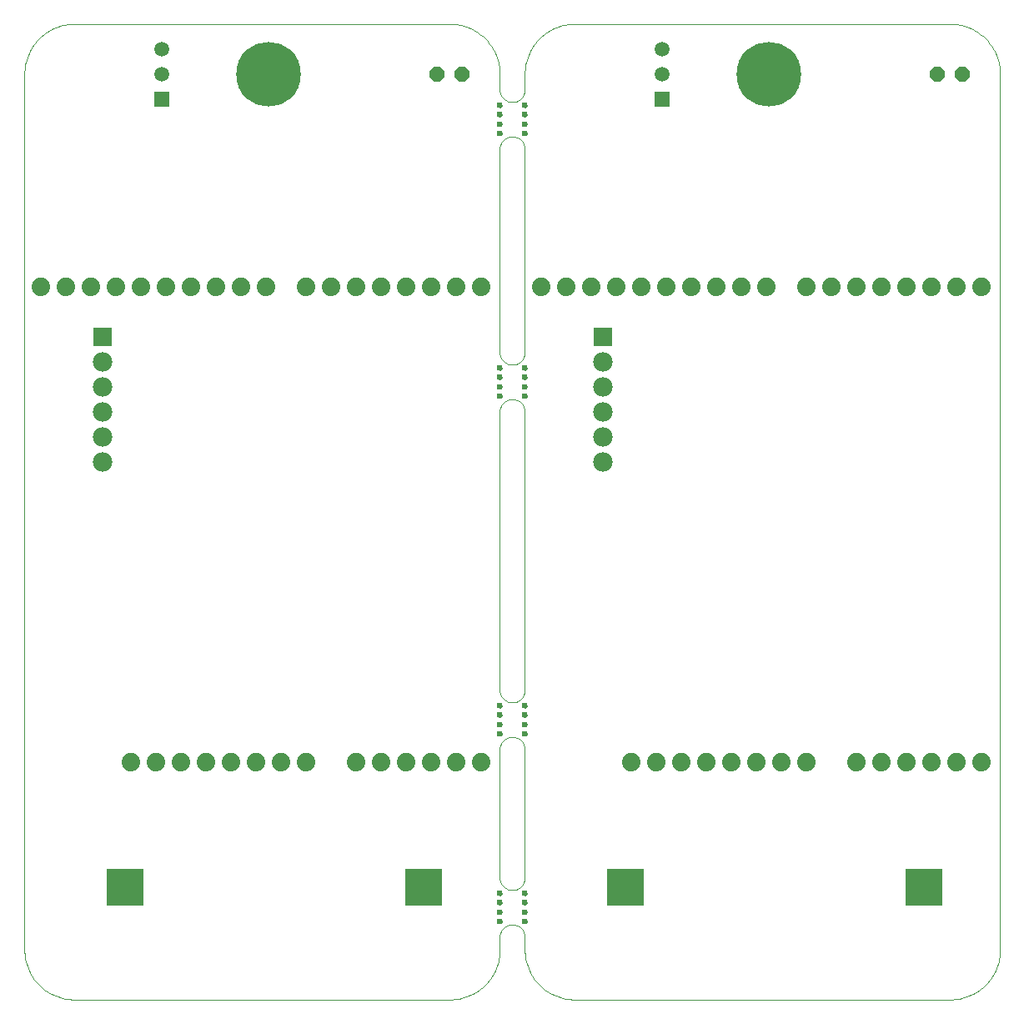
<source format=gbs>
G75*
G70*
%OFA0B0*%
%FSLAX24Y24*%
%IPPOS*%
%LPD*%
%AMOC8*
5,1,8,0,0,1.08239X$1,22.5*
%
%ADD10C,0.0000*%
%ADD11C,0.2580*%
%ADD12C,0.0237*%
%ADD13C,0.0740*%
%ADD14OC8,0.0600*%
%ADD15R,0.0595X0.0595*%
%ADD16C,0.0595*%
%ADD17R,0.0780X0.0780*%
%ADD18C,0.0780*%
%ADD19R,0.1497X0.1497*%
D10*
X000655Y002655D02*
X000655Y037655D01*
X000657Y037750D01*
X000664Y037845D01*
X000675Y037940D01*
X000691Y038034D01*
X000711Y038127D01*
X000736Y038218D01*
X000765Y038309D01*
X000798Y038398D01*
X000836Y038486D01*
X000877Y038571D01*
X000923Y038655D01*
X000972Y038736D01*
X001026Y038815D01*
X001083Y038891D01*
X001144Y038965D01*
X001208Y039035D01*
X001275Y039102D01*
X001345Y039166D01*
X001419Y039227D01*
X001495Y039284D01*
X001574Y039338D01*
X001655Y039387D01*
X001739Y039433D01*
X001824Y039474D01*
X001912Y039512D01*
X002001Y039545D01*
X002092Y039574D01*
X002183Y039599D01*
X002276Y039619D01*
X002370Y039635D01*
X002465Y039646D01*
X002560Y039653D01*
X002655Y039655D01*
X017655Y039655D01*
X017750Y039653D01*
X017845Y039646D01*
X017940Y039635D01*
X018034Y039619D01*
X018127Y039599D01*
X018218Y039574D01*
X018309Y039545D01*
X018398Y039512D01*
X018486Y039474D01*
X018571Y039433D01*
X018655Y039387D01*
X018736Y039338D01*
X018815Y039284D01*
X018891Y039227D01*
X018965Y039166D01*
X019035Y039102D01*
X019102Y039035D01*
X019166Y038965D01*
X019227Y038891D01*
X019284Y038815D01*
X019338Y038736D01*
X019387Y038655D01*
X019433Y038571D01*
X019474Y038486D01*
X019512Y038398D01*
X019545Y038309D01*
X019574Y038218D01*
X019599Y038127D01*
X019619Y038034D01*
X019635Y037940D01*
X019646Y037845D01*
X019653Y037750D01*
X019655Y037655D01*
X019655Y037030D01*
X020155Y036530D02*
X020199Y036532D01*
X020242Y036538D01*
X020284Y036547D01*
X020326Y036560D01*
X020366Y036577D01*
X020405Y036597D01*
X020442Y036620D01*
X020476Y036647D01*
X020509Y036676D01*
X020538Y036709D01*
X020565Y036743D01*
X020588Y036780D01*
X020608Y036819D01*
X020625Y036859D01*
X020638Y036901D01*
X020647Y036943D01*
X020653Y036986D01*
X020655Y037030D01*
X020655Y037655D01*
X019655Y037030D02*
X019657Y036986D01*
X019663Y036943D01*
X019672Y036901D01*
X019685Y036859D01*
X019702Y036819D01*
X019722Y036780D01*
X019745Y036743D01*
X019772Y036709D01*
X019801Y036676D01*
X019834Y036647D01*
X019868Y036620D01*
X019905Y036597D01*
X019944Y036577D01*
X019984Y036560D01*
X020026Y036547D01*
X020068Y036538D01*
X020111Y036532D01*
X020155Y036530D01*
X019576Y036405D02*
X019578Y036423D01*
X019584Y036439D01*
X019593Y036454D01*
X019606Y036467D01*
X019621Y036476D01*
X019637Y036482D01*
X019655Y036484D01*
X019673Y036482D01*
X019689Y036476D01*
X019704Y036467D01*
X019717Y036454D01*
X019726Y036439D01*
X019732Y036423D01*
X019734Y036405D01*
X019732Y036387D01*
X019726Y036371D01*
X019717Y036356D01*
X019704Y036343D01*
X019689Y036334D01*
X019673Y036328D01*
X019655Y036326D01*
X019637Y036328D01*
X019621Y036334D01*
X019606Y036343D01*
X019593Y036356D01*
X019584Y036371D01*
X019578Y036387D01*
X019576Y036405D01*
X019576Y036030D02*
X019578Y036048D01*
X019584Y036064D01*
X019593Y036079D01*
X019606Y036092D01*
X019621Y036101D01*
X019637Y036107D01*
X019655Y036109D01*
X019673Y036107D01*
X019689Y036101D01*
X019704Y036092D01*
X019717Y036079D01*
X019726Y036064D01*
X019732Y036048D01*
X019734Y036030D01*
X019732Y036012D01*
X019726Y035996D01*
X019717Y035981D01*
X019704Y035968D01*
X019689Y035959D01*
X019673Y035953D01*
X019655Y035951D01*
X019637Y035953D01*
X019621Y035959D01*
X019606Y035968D01*
X019593Y035981D01*
X019584Y035996D01*
X019578Y036012D01*
X019576Y036030D01*
X019576Y035655D02*
X019578Y035673D01*
X019584Y035689D01*
X019593Y035704D01*
X019606Y035717D01*
X019621Y035726D01*
X019637Y035732D01*
X019655Y035734D01*
X019673Y035732D01*
X019689Y035726D01*
X019704Y035717D01*
X019717Y035704D01*
X019726Y035689D01*
X019732Y035673D01*
X019734Y035655D01*
X019732Y035637D01*
X019726Y035621D01*
X019717Y035606D01*
X019704Y035593D01*
X019689Y035584D01*
X019673Y035578D01*
X019655Y035576D01*
X019637Y035578D01*
X019621Y035584D01*
X019606Y035593D01*
X019593Y035606D01*
X019584Y035621D01*
X019578Y035637D01*
X019576Y035655D01*
X019576Y035280D02*
X019578Y035298D01*
X019584Y035314D01*
X019593Y035329D01*
X019606Y035342D01*
X019621Y035351D01*
X019637Y035357D01*
X019655Y035359D01*
X019673Y035357D01*
X019689Y035351D01*
X019704Y035342D01*
X019717Y035329D01*
X019726Y035314D01*
X019732Y035298D01*
X019734Y035280D01*
X019732Y035262D01*
X019726Y035246D01*
X019717Y035231D01*
X019704Y035218D01*
X019689Y035209D01*
X019673Y035203D01*
X019655Y035201D01*
X019637Y035203D01*
X019621Y035209D01*
X019606Y035218D01*
X019593Y035231D01*
X019584Y035246D01*
X019578Y035262D01*
X019576Y035280D01*
X019655Y034655D02*
X019655Y026530D01*
X020155Y026030D02*
X020199Y026032D01*
X020242Y026038D01*
X020284Y026047D01*
X020326Y026060D01*
X020366Y026077D01*
X020405Y026097D01*
X020442Y026120D01*
X020476Y026147D01*
X020509Y026176D01*
X020538Y026209D01*
X020565Y026243D01*
X020588Y026280D01*
X020608Y026319D01*
X020625Y026359D01*
X020638Y026401D01*
X020647Y026443D01*
X020653Y026486D01*
X020655Y026530D01*
X020655Y034655D01*
X020155Y035155D02*
X020111Y035153D01*
X020068Y035147D01*
X020026Y035138D01*
X019984Y035125D01*
X019944Y035108D01*
X019905Y035088D01*
X019868Y035065D01*
X019834Y035038D01*
X019801Y035009D01*
X019772Y034976D01*
X019745Y034942D01*
X019722Y034905D01*
X019702Y034866D01*
X019685Y034826D01*
X019672Y034784D01*
X019663Y034742D01*
X019657Y034699D01*
X019655Y034655D01*
X020155Y035155D02*
X020199Y035153D01*
X020242Y035147D01*
X020284Y035138D01*
X020326Y035125D01*
X020366Y035108D01*
X020405Y035088D01*
X020442Y035065D01*
X020476Y035038D01*
X020509Y035009D01*
X020538Y034976D01*
X020565Y034942D01*
X020588Y034905D01*
X020608Y034866D01*
X020625Y034826D01*
X020638Y034784D01*
X020647Y034742D01*
X020653Y034699D01*
X020655Y034655D01*
X020576Y035280D02*
X020578Y035298D01*
X020584Y035314D01*
X020593Y035329D01*
X020606Y035342D01*
X020621Y035351D01*
X020637Y035357D01*
X020655Y035359D01*
X020673Y035357D01*
X020689Y035351D01*
X020704Y035342D01*
X020717Y035329D01*
X020726Y035314D01*
X020732Y035298D01*
X020734Y035280D01*
X020732Y035262D01*
X020726Y035246D01*
X020717Y035231D01*
X020704Y035218D01*
X020689Y035209D01*
X020673Y035203D01*
X020655Y035201D01*
X020637Y035203D01*
X020621Y035209D01*
X020606Y035218D01*
X020593Y035231D01*
X020584Y035246D01*
X020578Y035262D01*
X020576Y035280D01*
X020576Y035655D02*
X020578Y035673D01*
X020584Y035689D01*
X020593Y035704D01*
X020606Y035717D01*
X020621Y035726D01*
X020637Y035732D01*
X020655Y035734D01*
X020673Y035732D01*
X020689Y035726D01*
X020704Y035717D01*
X020717Y035704D01*
X020726Y035689D01*
X020732Y035673D01*
X020734Y035655D01*
X020732Y035637D01*
X020726Y035621D01*
X020717Y035606D01*
X020704Y035593D01*
X020689Y035584D01*
X020673Y035578D01*
X020655Y035576D01*
X020637Y035578D01*
X020621Y035584D01*
X020606Y035593D01*
X020593Y035606D01*
X020584Y035621D01*
X020578Y035637D01*
X020576Y035655D01*
X020576Y036030D02*
X020578Y036048D01*
X020584Y036064D01*
X020593Y036079D01*
X020606Y036092D01*
X020621Y036101D01*
X020637Y036107D01*
X020655Y036109D01*
X020673Y036107D01*
X020689Y036101D01*
X020704Y036092D01*
X020717Y036079D01*
X020726Y036064D01*
X020732Y036048D01*
X020734Y036030D01*
X020732Y036012D01*
X020726Y035996D01*
X020717Y035981D01*
X020704Y035968D01*
X020689Y035959D01*
X020673Y035953D01*
X020655Y035951D01*
X020637Y035953D01*
X020621Y035959D01*
X020606Y035968D01*
X020593Y035981D01*
X020584Y035996D01*
X020578Y036012D01*
X020576Y036030D01*
X020576Y036405D02*
X020578Y036423D01*
X020584Y036439D01*
X020593Y036454D01*
X020606Y036467D01*
X020621Y036476D01*
X020637Y036482D01*
X020655Y036484D01*
X020673Y036482D01*
X020689Y036476D01*
X020704Y036467D01*
X020717Y036454D01*
X020726Y036439D01*
X020732Y036423D01*
X020734Y036405D01*
X020732Y036387D01*
X020726Y036371D01*
X020717Y036356D01*
X020704Y036343D01*
X020689Y036334D01*
X020673Y036328D01*
X020655Y036326D01*
X020637Y036328D01*
X020621Y036334D01*
X020606Y036343D01*
X020593Y036356D01*
X020584Y036371D01*
X020578Y036387D01*
X020576Y036405D01*
X020655Y037655D02*
X020657Y037750D01*
X020664Y037845D01*
X020675Y037940D01*
X020691Y038034D01*
X020711Y038127D01*
X020736Y038218D01*
X020765Y038309D01*
X020798Y038398D01*
X020836Y038486D01*
X020877Y038571D01*
X020923Y038655D01*
X020972Y038736D01*
X021026Y038815D01*
X021083Y038891D01*
X021144Y038965D01*
X021208Y039035D01*
X021275Y039102D01*
X021345Y039166D01*
X021419Y039227D01*
X021495Y039284D01*
X021574Y039338D01*
X021655Y039387D01*
X021739Y039433D01*
X021824Y039474D01*
X021912Y039512D01*
X022001Y039545D01*
X022092Y039574D01*
X022183Y039599D01*
X022276Y039619D01*
X022370Y039635D01*
X022465Y039646D01*
X022560Y039653D01*
X022655Y039655D01*
X037655Y039655D01*
X037750Y039653D01*
X037845Y039646D01*
X037940Y039635D01*
X038034Y039619D01*
X038127Y039599D01*
X038218Y039574D01*
X038309Y039545D01*
X038398Y039512D01*
X038486Y039474D01*
X038571Y039433D01*
X038655Y039387D01*
X038736Y039338D01*
X038815Y039284D01*
X038891Y039227D01*
X038965Y039166D01*
X039035Y039102D01*
X039102Y039035D01*
X039166Y038965D01*
X039227Y038891D01*
X039284Y038815D01*
X039338Y038736D01*
X039387Y038655D01*
X039433Y038571D01*
X039474Y038486D01*
X039512Y038398D01*
X039545Y038309D01*
X039574Y038218D01*
X039599Y038127D01*
X039619Y038034D01*
X039635Y037940D01*
X039646Y037845D01*
X039653Y037750D01*
X039655Y037655D01*
X039655Y002655D01*
X039653Y002560D01*
X039646Y002465D01*
X039635Y002370D01*
X039619Y002276D01*
X039599Y002183D01*
X039574Y002092D01*
X039545Y002001D01*
X039512Y001912D01*
X039474Y001824D01*
X039433Y001739D01*
X039387Y001655D01*
X039338Y001574D01*
X039284Y001495D01*
X039227Y001419D01*
X039166Y001345D01*
X039102Y001275D01*
X039035Y001208D01*
X038965Y001144D01*
X038891Y001083D01*
X038815Y001026D01*
X038736Y000972D01*
X038655Y000923D01*
X038571Y000877D01*
X038486Y000836D01*
X038398Y000798D01*
X038309Y000765D01*
X038218Y000736D01*
X038127Y000711D01*
X038034Y000691D01*
X037940Y000675D01*
X037845Y000664D01*
X037750Y000657D01*
X037655Y000655D01*
X022655Y000655D01*
X022560Y000657D01*
X022465Y000664D01*
X022370Y000675D01*
X022276Y000691D01*
X022183Y000711D01*
X022092Y000736D01*
X022001Y000765D01*
X021912Y000798D01*
X021824Y000836D01*
X021739Y000877D01*
X021655Y000923D01*
X021574Y000972D01*
X021495Y001026D01*
X021419Y001083D01*
X021345Y001144D01*
X021275Y001208D01*
X021208Y001275D01*
X021144Y001345D01*
X021083Y001419D01*
X021026Y001495D01*
X020972Y001574D01*
X020923Y001655D01*
X020877Y001739D01*
X020836Y001824D01*
X020798Y001912D01*
X020765Y002001D01*
X020736Y002092D01*
X020711Y002183D01*
X020691Y002276D01*
X020675Y002370D01*
X020664Y002465D01*
X020657Y002560D01*
X020655Y002655D01*
X020655Y003155D01*
X020155Y003655D02*
X020111Y003653D01*
X020068Y003647D01*
X020026Y003638D01*
X019984Y003625D01*
X019944Y003608D01*
X019905Y003588D01*
X019868Y003565D01*
X019834Y003538D01*
X019801Y003509D01*
X019772Y003476D01*
X019745Y003442D01*
X019722Y003405D01*
X019702Y003366D01*
X019685Y003326D01*
X019672Y003284D01*
X019663Y003242D01*
X019657Y003199D01*
X019655Y003155D01*
X019655Y002655D01*
X020655Y003155D02*
X020653Y003199D01*
X020647Y003242D01*
X020638Y003284D01*
X020625Y003326D01*
X020608Y003366D01*
X020588Y003405D01*
X020565Y003442D01*
X020538Y003476D01*
X020509Y003509D01*
X020476Y003538D01*
X020442Y003565D01*
X020405Y003588D01*
X020366Y003608D01*
X020326Y003625D01*
X020284Y003638D01*
X020242Y003647D01*
X020199Y003653D01*
X020155Y003655D01*
X019576Y003780D02*
X019578Y003798D01*
X019584Y003814D01*
X019593Y003829D01*
X019606Y003842D01*
X019621Y003851D01*
X019637Y003857D01*
X019655Y003859D01*
X019673Y003857D01*
X019689Y003851D01*
X019704Y003842D01*
X019717Y003829D01*
X019726Y003814D01*
X019732Y003798D01*
X019734Y003780D01*
X019732Y003762D01*
X019726Y003746D01*
X019717Y003731D01*
X019704Y003718D01*
X019689Y003709D01*
X019673Y003703D01*
X019655Y003701D01*
X019637Y003703D01*
X019621Y003709D01*
X019606Y003718D01*
X019593Y003731D01*
X019584Y003746D01*
X019578Y003762D01*
X019576Y003780D01*
X019576Y004155D02*
X019578Y004173D01*
X019584Y004189D01*
X019593Y004204D01*
X019606Y004217D01*
X019621Y004226D01*
X019637Y004232D01*
X019655Y004234D01*
X019673Y004232D01*
X019689Y004226D01*
X019704Y004217D01*
X019717Y004204D01*
X019726Y004189D01*
X019732Y004173D01*
X019734Y004155D01*
X019732Y004137D01*
X019726Y004121D01*
X019717Y004106D01*
X019704Y004093D01*
X019689Y004084D01*
X019673Y004078D01*
X019655Y004076D01*
X019637Y004078D01*
X019621Y004084D01*
X019606Y004093D01*
X019593Y004106D01*
X019584Y004121D01*
X019578Y004137D01*
X019576Y004155D01*
X019576Y004530D02*
X019578Y004548D01*
X019584Y004564D01*
X019593Y004579D01*
X019606Y004592D01*
X019621Y004601D01*
X019637Y004607D01*
X019655Y004609D01*
X019673Y004607D01*
X019689Y004601D01*
X019704Y004592D01*
X019717Y004579D01*
X019726Y004564D01*
X019732Y004548D01*
X019734Y004530D01*
X019732Y004512D01*
X019726Y004496D01*
X019717Y004481D01*
X019704Y004468D01*
X019689Y004459D01*
X019673Y004453D01*
X019655Y004451D01*
X019637Y004453D01*
X019621Y004459D01*
X019606Y004468D01*
X019593Y004481D01*
X019584Y004496D01*
X019578Y004512D01*
X019576Y004530D01*
X019576Y004905D02*
X019578Y004923D01*
X019584Y004939D01*
X019593Y004954D01*
X019606Y004967D01*
X019621Y004976D01*
X019637Y004982D01*
X019655Y004984D01*
X019673Y004982D01*
X019689Y004976D01*
X019704Y004967D01*
X019717Y004954D01*
X019726Y004939D01*
X019732Y004923D01*
X019734Y004905D01*
X019732Y004887D01*
X019726Y004871D01*
X019717Y004856D01*
X019704Y004843D01*
X019689Y004834D01*
X019673Y004828D01*
X019655Y004826D01*
X019637Y004828D01*
X019621Y004834D01*
X019606Y004843D01*
X019593Y004856D01*
X019584Y004871D01*
X019578Y004887D01*
X019576Y004905D01*
X019655Y005530D02*
X019655Y010655D01*
X019657Y010699D01*
X019663Y010742D01*
X019672Y010784D01*
X019685Y010826D01*
X019702Y010866D01*
X019722Y010905D01*
X019745Y010942D01*
X019772Y010976D01*
X019801Y011009D01*
X019834Y011038D01*
X019868Y011065D01*
X019905Y011088D01*
X019944Y011108D01*
X019984Y011125D01*
X020026Y011138D01*
X020068Y011147D01*
X020111Y011153D01*
X020155Y011155D01*
X020199Y011153D01*
X020242Y011147D01*
X020284Y011138D01*
X020326Y011125D01*
X020366Y011108D01*
X020405Y011088D01*
X020442Y011065D01*
X020476Y011038D01*
X020509Y011009D01*
X020538Y010976D01*
X020565Y010942D01*
X020588Y010905D01*
X020608Y010866D01*
X020625Y010826D01*
X020638Y010784D01*
X020647Y010742D01*
X020653Y010699D01*
X020655Y010655D01*
X020655Y005530D01*
X020653Y005486D01*
X020647Y005443D01*
X020638Y005401D01*
X020625Y005359D01*
X020608Y005319D01*
X020588Y005280D01*
X020565Y005243D01*
X020538Y005209D01*
X020509Y005176D01*
X020476Y005147D01*
X020442Y005120D01*
X020405Y005097D01*
X020366Y005077D01*
X020326Y005060D01*
X020284Y005047D01*
X020242Y005038D01*
X020199Y005032D01*
X020155Y005030D01*
X020111Y005032D01*
X020068Y005038D01*
X020026Y005047D01*
X019984Y005060D01*
X019944Y005077D01*
X019905Y005097D01*
X019868Y005120D01*
X019834Y005147D01*
X019801Y005176D01*
X019772Y005209D01*
X019745Y005243D01*
X019722Y005280D01*
X019702Y005319D01*
X019685Y005359D01*
X019672Y005401D01*
X019663Y005443D01*
X019657Y005486D01*
X019655Y005530D01*
X020576Y004905D02*
X020578Y004923D01*
X020584Y004939D01*
X020593Y004954D01*
X020606Y004967D01*
X020621Y004976D01*
X020637Y004982D01*
X020655Y004984D01*
X020673Y004982D01*
X020689Y004976D01*
X020704Y004967D01*
X020717Y004954D01*
X020726Y004939D01*
X020732Y004923D01*
X020734Y004905D01*
X020732Y004887D01*
X020726Y004871D01*
X020717Y004856D01*
X020704Y004843D01*
X020689Y004834D01*
X020673Y004828D01*
X020655Y004826D01*
X020637Y004828D01*
X020621Y004834D01*
X020606Y004843D01*
X020593Y004856D01*
X020584Y004871D01*
X020578Y004887D01*
X020576Y004905D01*
X020576Y004530D02*
X020578Y004548D01*
X020584Y004564D01*
X020593Y004579D01*
X020606Y004592D01*
X020621Y004601D01*
X020637Y004607D01*
X020655Y004609D01*
X020673Y004607D01*
X020689Y004601D01*
X020704Y004592D01*
X020717Y004579D01*
X020726Y004564D01*
X020732Y004548D01*
X020734Y004530D01*
X020732Y004512D01*
X020726Y004496D01*
X020717Y004481D01*
X020704Y004468D01*
X020689Y004459D01*
X020673Y004453D01*
X020655Y004451D01*
X020637Y004453D01*
X020621Y004459D01*
X020606Y004468D01*
X020593Y004481D01*
X020584Y004496D01*
X020578Y004512D01*
X020576Y004530D01*
X020576Y004155D02*
X020578Y004173D01*
X020584Y004189D01*
X020593Y004204D01*
X020606Y004217D01*
X020621Y004226D01*
X020637Y004232D01*
X020655Y004234D01*
X020673Y004232D01*
X020689Y004226D01*
X020704Y004217D01*
X020717Y004204D01*
X020726Y004189D01*
X020732Y004173D01*
X020734Y004155D01*
X020732Y004137D01*
X020726Y004121D01*
X020717Y004106D01*
X020704Y004093D01*
X020689Y004084D01*
X020673Y004078D01*
X020655Y004076D01*
X020637Y004078D01*
X020621Y004084D01*
X020606Y004093D01*
X020593Y004106D01*
X020584Y004121D01*
X020578Y004137D01*
X020576Y004155D01*
X020576Y003780D02*
X020578Y003798D01*
X020584Y003814D01*
X020593Y003829D01*
X020606Y003842D01*
X020621Y003851D01*
X020637Y003857D01*
X020655Y003859D01*
X020673Y003857D01*
X020689Y003851D01*
X020704Y003842D01*
X020717Y003829D01*
X020726Y003814D01*
X020732Y003798D01*
X020734Y003780D01*
X020732Y003762D01*
X020726Y003746D01*
X020717Y003731D01*
X020704Y003718D01*
X020689Y003709D01*
X020673Y003703D01*
X020655Y003701D01*
X020637Y003703D01*
X020621Y003709D01*
X020606Y003718D01*
X020593Y003731D01*
X020584Y003746D01*
X020578Y003762D01*
X020576Y003780D01*
X019655Y002655D02*
X019653Y002560D01*
X019646Y002465D01*
X019635Y002370D01*
X019619Y002276D01*
X019599Y002183D01*
X019574Y002092D01*
X019545Y002001D01*
X019512Y001912D01*
X019474Y001824D01*
X019433Y001739D01*
X019387Y001655D01*
X019338Y001574D01*
X019284Y001495D01*
X019227Y001419D01*
X019166Y001345D01*
X019102Y001275D01*
X019035Y001208D01*
X018965Y001144D01*
X018891Y001083D01*
X018815Y001026D01*
X018736Y000972D01*
X018655Y000923D01*
X018571Y000877D01*
X018486Y000836D01*
X018398Y000798D01*
X018309Y000765D01*
X018218Y000736D01*
X018127Y000711D01*
X018034Y000691D01*
X017940Y000675D01*
X017845Y000664D01*
X017750Y000657D01*
X017655Y000655D01*
X002655Y000655D01*
X002560Y000657D01*
X002465Y000664D01*
X002370Y000675D01*
X002276Y000691D01*
X002183Y000711D01*
X002092Y000736D01*
X002001Y000765D01*
X001912Y000798D01*
X001824Y000836D01*
X001739Y000877D01*
X001655Y000923D01*
X001574Y000972D01*
X001495Y001026D01*
X001419Y001083D01*
X001345Y001144D01*
X001275Y001208D01*
X001208Y001275D01*
X001144Y001345D01*
X001083Y001419D01*
X001026Y001495D01*
X000972Y001574D01*
X000923Y001655D01*
X000877Y001739D01*
X000836Y001824D01*
X000798Y001912D01*
X000765Y002001D01*
X000736Y002092D01*
X000711Y002183D01*
X000691Y002276D01*
X000675Y002370D01*
X000664Y002465D01*
X000657Y002560D01*
X000655Y002655D01*
X019576Y011280D02*
X019578Y011298D01*
X019584Y011314D01*
X019593Y011329D01*
X019606Y011342D01*
X019621Y011351D01*
X019637Y011357D01*
X019655Y011359D01*
X019673Y011357D01*
X019689Y011351D01*
X019704Y011342D01*
X019717Y011329D01*
X019726Y011314D01*
X019732Y011298D01*
X019734Y011280D01*
X019732Y011262D01*
X019726Y011246D01*
X019717Y011231D01*
X019704Y011218D01*
X019689Y011209D01*
X019673Y011203D01*
X019655Y011201D01*
X019637Y011203D01*
X019621Y011209D01*
X019606Y011218D01*
X019593Y011231D01*
X019584Y011246D01*
X019578Y011262D01*
X019576Y011280D01*
X019576Y011655D02*
X019578Y011673D01*
X019584Y011689D01*
X019593Y011704D01*
X019606Y011717D01*
X019621Y011726D01*
X019637Y011732D01*
X019655Y011734D01*
X019673Y011732D01*
X019689Y011726D01*
X019704Y011717D01*
X019717Y011704D01*
X019726Y011689D01*
X019732Y011673D01*
X019734Y011655D01*
X019732Y011637D01*
X019726Y011621D01*
X019717Y011606D01*
X019704Y011593D01*
X019689Y011584D01*
X019673Y011578D01*
X019655Y011576D01*
X019637Y011578D01*
X019621Y011584D01*
X019606Y011593D01*
X019593Y011606D01*
X019584Y011621D01*
X019578Y011637D01*
X019576Y011655D01*
X019576Y012030D02*
X019578Y012048D01*
X019584Y012064D01*
X019593Y012079D01*
X019606Y012092D01*
X019621Y012101D01*
X019637Y012107D01*
X019655Y012109D01*
X019673Y012107D01*
X019689Y012101D01*
X019704Y012092D01*
X019717Y012079D01*
X019726Y012064D01*
X019732Y012048D01*
X019734Y012030D01*
X019732Y012012D01*
X019726Y011996D01*
X019717Y011981D01*
X019704Y011968D01*
X019689Y011959D01*
X019673Y011953D01*
X019655Y011951D01*
X019637Y011953D01*
X019621Y011959D01*
X019606Y011968D01*
X019593Y011981D01*
X019584Y011996D01*
X019578Y012012D01*
X019576Y012030D01*
X019576Y012405D02*
X019578Y012423D01*
X019584Y012439D01*
X019593Y012454D01*
X019606Y012467D01*
X019621Y012476D01*
X019637Y012482D01*
X019655Y012484D01*
X019673Y012482D01*
X019689Y012476D01*
X019704Y012467D01*
X019717Y012454D01*
X019726Y012439D01*
X019732Y012423D01*
X019734Y012405D01*
X019732Y012387D01*
X019726Y012371D01*
X019717Y012356D01*
X019704Y012343D01*
X019689Y012334D01*
X019673Y012328D01*
X019655Y012326D01*
X019637Y012328D01*
X019621Y012334D01*
X019606Y012343D01*
X019593Y012356D01*
X019584Y012371D01*
X019578Y012387D01*
X019576Y012405D01*
X019655Y013030D02*
X019655Y024155D01*
X019657Y024199D01*
X019663Y024242D01*
X019672Y024284D01*
X019685Y024326D01*
X019702Y024366D01*
X019722Y024405D01*
X019745Y024442D01*
X019772Y024476D01*
X019801Y024509D01*
X019834Y024538D01*
X019868Y024565D01*
X019905Y024588D01*
X019944Y024608D01*
X019984Y024625D01*
X020026Y024638D01*
X020068Y024647D01*
X020111Y024653D01*
X020155Y024655D01*
X019576Y024780D02*
X019578Y024798D01*
X019584Y024814D01*
X019593Y024829D01*
X019606Y024842D01*
X019621Y024851D01*
X019637Y024857D01*
X019655Y024859D01*
X019673Y024857D01*
X019689Y024851D01*
X019704Y024842D01*
X019717Y024829D01*
X019726Y024814D01*
X019732Y024798D01*
X019734Y024780D01*
X019732Y024762D01*
X019726Y024746D01*
X019717Y024731D01*
X019704Y024718D01*
X019689Y024709D01*
X019673Y024703D01*
X019655Y024701D01*
X019637Y024703D01*
X019621Y024709D01*
X019606Y024718D01*
X019593Y024731D01*
X019584Y024746D01*
X019578Y024762D01*
X019576Y024780D01*
X019576Y025155D02*
X019578Y025173D01*
X019584Y025189D01*
X019593Y025204D01*
X019606Y025217D01*
X019621Y025226D01*
X019637Y025232D01*
X019655Y025234D01*
X019673Y025232D01*
X019689Y025226D01*
X019704Y025217D01*
X019717Y025204D01*
X019726Y025189D01*
X019732Y025173D01*
X019734Y025155D01*
X019732Y025137D01*
X019726Y025121D01*
X019717Y025106D01*
X019704Y025093D01*
X019689Y025084D01*
X019673Y025078D01*
X019655Y025076D01*
X019637Y025078D01*
X019621Y025084D01*
X019606Y025093D01*
X019593Y025106D01*
X019584Y025121D01*
X019578Y025137D01*
X019576Y025155D01*
X019576Y025530D02*
X019578Y025548D01*
X019584Y025564D01*
X019593Y025579D01*
X019606Y025592D01*
X019621Y025601D01*
X019637Y025607D01*
X019655Y025609D01*
X019673Y025607D01*
X019689Y025601D01*
X019704Y025592D01*
X019717Y025579D01*
X019726Y025564D01*
X019732Y025548D01*
X019734Y025530D01*
X019732Y025512D01*
X019726Y025496D01*
X019717Y025481D01*
X019704Y025468D01*
X019689Y025459D01*
X019673Y025453D01*
X019655Y025451D01*
X019637Y025453D01*
X019621Y025459D01*
X019606Y025468D01*
X019593Y025481D01*
X019584Y025496D01*
X019578Y025512D01*
X019576Y025530D01*
X019576Y025905D02*
X019578Y025923D01*
X019584Y025939D01*
X019593Y025954D01*
X019606Y025967D01*
X019621Y025976D01*
X019637Y025982D01*
X019655Y025984D01*
X019673Y025982D01*
X019689Y025976D01*
X019704Y025967D01*
X019717Y025954D01*
X019726Y025939D01*
X019732Y025923D01*
X019734Y025905D01*
X019732Y025887D01*
X019726Y025871D01*
X019717Y025856D01*
X019704Y025843D01*
X019689Y025834D01*
X019673Y025828D01*
X019655Y025826D01*
X019637Y025828D01*
X019621Y025834D01*
X019606Y025843D01*
X019593Y025856D01*
X019584Y025871D01*
X019578Y025887D01*
X019576Y025905D01*
X020155Y026030D02*
X020111Y026032D01*
X020068Y026038D01*
X020026Y026047D01*
X019984Y026060D01*
X019944Y026077D01*
X019905Y026097D01*
X019868Y026120D01*
X019834Y026147D01*
X019801Y026176D01*
X019772Y026209D01*
X019745Y026243D01*
X019722Y026280D01*
X019702Y026319D01*
X019685Y026359D01*
X019672Y026401D01*
X019663Y026443D01*
X019657Y026486D01*
X019655Y026530D01*
X020576Y025905D02*
X020578Y025923D01*
X020584Y025939D01*
X020593Y025954D01*
X020606Y025967D01*
X020621Y025976D01*
X020637Y025982D01*
X020655Y025984D01*
X020673Y025982D01*
X020689Y025976D01*
X020704Y025967D01*
X020717Y025954D01*
X020726Y025939D01*
X020732Y025923D01*
X020734Y025905D01*
X020732Y025887D01*
X020726Y025871D01*
X020717Y025856D01*
X020704Y025843D01*
X020689Y025834D01*
X020673Y025828D01*
X020655Y025826D01*
X020637Y025828D01*
X020621Y025834D01*
X020606Y025843D01*
X020593Y025856D01*
X020584Y025871D01*
X020578Y025887D01*
X020576Y025905D01*
X020576Y025530D02*
X020578Y025548D01*
X020584Y025564D01*
X020593Y025579D01*
X020606Y025592D01*
X020621Y025601D01*
X020637Y025607D01*
X020655Y025609D01*
X020673Y025607D01*
X020689Y025601D01*
X020704Y025592D01*
X020717Y025579D01*
X020726Y025564D01*
X020732Y025548D01*
X020734Y025530D01*
X020732Y025512D01*
X020726Y025496D01*
X020717Y025481D01*
X020704Y025468D01*
X020689Y025459D01*
X020673Y025453D01*
X020655Y025451D01*
X020637Y025453D01*
X020621Y025459D01*
X020606Y025468D01*
X020593Y025481D01*
X020584Y025496D01*
X020578Y025512D01*
X020576Y025530D01*
X020576Y025155D02*
X020578Y025173D01*
X020584Y025189D01*
X020593Y025204D01*
X020606Y025217D01*
X020621Y025226D01*
X020637Y025232D01*
X020655Y025234D01*
X020673Y025232D01*
X020689Y025226D01*
X020704Y025217D01*
X020717Y025204D01*
X020726Y025189D01*
X020732Y025173D01*
X020734Y025155D01*
X020732Y025137D01*
X020726Y025121D01*
X020717Y025106D01*
X020704Y025093D01*
X020689Y025084D01*
X020673Y025078D01*
X020655Y025076D01*
X020637Y025078D01*
X020621Y025084D01*
X020606Y025093D01*
X020593Y025106D01*
X020584Y025121D01*
X020578Y025137D01*
X020576Y025155D01*
X020576Y024780D02*
X020578Y024798D01*
X020584Y024814D01*
X020593Y024829D01*
X020606Y024842D01*
X020621Y024851D01*
X020637Y024857D01*
X020655Y024859D01*
X020673Y024857D01*
X020689Y024851D01*
X020704Y024842D01*
X020717Y024829D01*
X020726Y024814D01*
X020732Y024798D01*
X020734Y024780D01*
X020732Y024762D01*
X020726Y024746D01*
X020717Y024731D01*
X020704Y024718D01*
X020689Y024709D01*
X020673Y024703D01*
X020655Y024701D01*
X020637Y024703D01*
X020621Y024709D01*
X020606Y024718D01*
X020593Y024731D01*
X020584Y024746D01*
X020578Y024762D01*
X020576Y024780D01*
X020655Y024155D02*
X020655Y013030D01*
X020653Y012986D01*
X020647Y012943D01*
X020638Y012901D01*
X020625Y012859D01*
X020608Y012819D01*
X020588Y012780D01*
X020565Y012743D01*
X020538Y012709D01*
X020509Y012676D01*
X020476Y012647D01*
X020442Y012620D01*
X020405Y012597D01*
X020366Y012577D01*
X020326Y012560D01*
X020284Y012547D01*
X020242Y012538D01*
X020199Y012532D01*
X020155Y012530D01*
X020111Y012532D01*
X020068Y012538D01*
X020026Y012547D01*
X019984Y012560D01*
X019944Y012577D01*
X019905Y012597D01*
X019868Y012620D01*
X019834Y012647D01*
X019801Y012676D01*
X019772Y012709D01*
X019745Y012743D01*
X019722Y012780D01*
X019702Y012819D01*
X019685Y012859D01*
X019672Y012901D01*
X019663Y012943D01*
X019657Y012986D01*
X019655Y013030D01*
X020576Y012405D02*
X020578Y012423D01*
X020584Y012439D01*
X020593Y012454D01*
X020606Y012467D01*
X020621Y012476D01*
X020637Y012482D01*
X020655Y012484D01*
X020673Y012482D01*
X020689Y012476D01*
X020704Y012467D01*
X020717Y012454D01*
X020726Y012439D01*
X020732Y012423D01*
X020734Y012405D01*
X020732Y012387D01*
X020726Y012371D01*
X020717Y012356D01*
X020704Y012343D01*
X020689Y012334D01*
X020673Y012328D01*
X020655Y012326D01*
X020637Y012328D01*
X020621Y012334D01*
X020606Y012343D01*
X020593Y012356D01*
X020584Y012371D01*
X020578Y012387D01*
X020576Y012405D01*
X020576Y012030D02*
X020578Y012048D01*
X020584Y012064D01*
X020593Y012079D01*
X020606Y012092D01*
X020621Y012101D01*
X020637Y012107D01*
X020655Y012109D01*
X020673Y012107D01*
X020689Y012101D01*
X020704Y012092D01*
X020717Y012079D01*
X020726Y012064D01*
X020732Y012048D01*
X020734Y012030D01*
X020732Y012012D01*
X020726Y011996D01*
X020717Y011981D01*
X020704Y011968D01*
X020689Y011959D01*
X020673Y011953D01*
X020655Y011951D01*
X020637Y011953D01*
X020621Y011959D01*
X020606Y011968D01*
X020593Y011981D01*
X020584Y011996D01*
X020578Y012012D01*
X020576Y012030D01*
X020576Y011655D02*
X020578Y011673D01*
X020584Y011689D01*
X020593Y011704D01*
X020606Y011717D01*
X020621Y011726D01*
X020637Y011732D01*
X020655Y011734D01*
X020673Y011732D01*
X020689Y011726D01*
X020704Y011717D01*
X020717Y011704D01*
X020726Y011689D01*
X020732Y011673D01*
X020734Y011655D01*
X020732Y011637D01*
X020726Y011621D01*
X020717Y011606D01*
X020704Y011593D01*
X020689Y011584D01*
X020673Y011578D01*
X020655Y011576D01*
X020637Y011578D01*
X020621Y011584D01*
X020606Y011593D01*
X020593Y011606D01*
X020584Y011621D01*
X020578Y011637D01*
X020576Y011655D01*
X020576Y011280D02*
X020578Y011298D01*
X020584Y011314D01*
X020593Y011329D01*
X020606Y011342D01*
X020621Y011351D01*
X020637Y011357D01*
X020655Y011359D01*
X020673Y011357D01*
X020689Y011351D01*
X020704Y011342D01*
X020717Y011329D01*
X020726Y011314D01*
X020732Y011298D01*
X020734Y011280D01*
X020732Y011262D01*
X020726Y011246D01*
X020717Y011231D01*
X020704Y011218D01*
X020689Y011209D01*
X020673Y011203D01*
X020655Y011201D01*
X020637Y011203D01*
X020621Y011209D01*
X020606Y011218D01*
X020593Y011231D01*
X020584Y011246D01*
X020578Y011262D01*
X020576Y011280D01*
X020655Y024155D02*
X020653Y024199D01*
X020647Y024242D01*
X020638Y024284D01*
X020625Y024326D01*
X020608Y024366D01*
X020588Y024405D01*
X020565Y024442D01*
X020538Y024476D01*
X020509Y024509D01*
X020476Y024538D01*
X020442Y024565D01*
X020405Y024588D01*
X020366Y024608D01*
X020326Y024625D01*
X020284Y024638D01*
X020242Y024647D01*
X020199Y024653D01*
X020155Y024655D01*
X009155Y037655D02*
X009157Y037725D01*
X009163Y037795D01*
X009173Y037864D01*
X009186Y037933D01*
X009204Y038001D01*
X009225Y038068D01*
X009250Y038133D01*
X009279Y038197D01*
X009311Y038260D01*
X009347Y038320D01*
X009386Y038378D01*
X009428Y038434D01*
X009473Y038488D01*
X009521Y038539D01*
X009572Y038587D01*
X009626Y038632D01*
X009682Y038674D01*
X009740Y038713D01*
X009800Y038749D01*
X009863Y038781D01*
X009927Y038810D01*
X009992Y038835D01*
X010059Y038856D01*
X010127Y038874D01*
X010196Y038887D01*
X010265Y038897D01*
X010335Y038903D01*
X010405Y038905D01*
X010475Y038903D01*
X010545Y038897D01*
X010614Y038887D01*
X010683Y038874D01*
X010751Y038856D01*
X010818Y038835D01*
X010883Y038810D01*
X010947Y038781D01*
X011010Y038749D01*
X011070Y038713D01*
X011128Y038674D01*
X011184Y038632D01*
X011238Y038587D01*
X011289Y038539D01*
X011337Y038488D01*
X011382Y038434D01*
X011424Y038378D01*
X011463Y038320D01*
X011499Y038260D01*
X011531Y038197D01*
X011560Y038133D01*
X011585Y038068D01*
X011606Y038001D01*
X011624Y037933D01*
X011637Y037864D01*
X011647Y037795D01*
X011653Y037725D01*
X011655Y037655D01*
X011653Y037585D01*
X011647Y037515D01*
X011637Y037446D01*
X011624Y037377D01*
X011606Y037309D01*
X011585Y037242D01*
X011560Y037177D01*
X011531Y037113D01*
X011499Y037050D01*
X011463Y036990D01*
X011424Y036932D01*
X011382Y036876D01*
X011337Y036822D01*
X011289Y036771D01*
X011238Y036723D01*
X011184Y036678D01*
X011128Y036636D01*
X011070Y036597D01*
X011010Y036561D01*
X010947Y036529D01*
X010883Y036500D01*
X010818Y036475D01*
X010751Y036454D01*
X010683Y036436D01*
X010614Y036423D01*
X010545Y036413D01*
X010475Y036407D01*
X010405Y036405D01*
X010335Y036407D01*
X010265Y036413D01*
X010196Y036423D01*
X010127Y036436D01*
X010059Y036454D01*
X009992Y036475D01*
X009927Y036500D01*
X009863Y036529D01*
X009800Y036561D01*
X009740Y036597D01*
X009682Y036636D01*
X009626Y036678D01*
X009572Y036723D01*
X009521Y036771D01*
X009473Y036822D01*
X009428Y036876D01*
X009386Y036932D01*
X009347Y036990D01*
X009311Y037050D01*
X009279Y037113D01*
X009250Y037177D01*
X009225Y037242D01*
X009204Y037309D01*
X009186Y037377D01*
X009173Y037446D01*
X009163Y037515D01*
X009157Y037585D01*
X009155Y037655D01*
X029155Y037655D02*
X029157Y037725D01*
X029163Y037795D01*
X029173Y037864D01*
X029186Y037933D01*
X029204Y038001D01*
X029225Y038068D01*
X029250Y038133D01*
X029279Y038197D01*
X029311Y038260D01*
X029347Y038320D01*
X029386Y038378D01*
X029428Y038434D01*
X029473Y038488D01*
X029521Y038539D01*
X029572Y038587D01*
X029626Y038632D01*
X029682Y038674D01*
X029740Y038713D01*
X029800Y038749D01*
X029863Y038781D01*
X029927Y038810D01*
X029992Y038835D01*
X030059Y038856D01*
X030127Y038874D01*
X030196Y038887D01*
X030265Y038897D01*
X030335Y038903D01*
X030405Y038905D01*
X030475Y038903D01*
X030545Y038897D01*
X030614Y038887D01*
X030683Y038874D01*
X030751Y038856D01*
X030818Y038835D01*
X030883Y038810D01*
X030947Y038781D01*
X031010Y038749D01*
X031070Y038713D01*
X031128Y038674D01*
X031184Y038632D01*
X031238Y038587D01*
X031289Y038539D01*
X031337Y038488D01*
X031382Y038434D01*
X031424Y038378D01*
X031463Y038320D01*
X031499Y038260D01*
X031531Y038197D01*
X031560Y038133D01*
X031585Y038068D01*
X031606Y038001D01*
X031624Y037933D01*
X031637Y037864D01*
X031647Y037795D01*
X031653Y037725D01*
X031655Y037655D01*
X031653Y037585D01*
X031647Y037515D01*
X031637Y037446D01*
X031624Y037377D01*
X031606Y037309D01*
X031585Y037242D01*
X031560Y037177D01*
X031531Y037113D01*
X031499Y037050D01*
X031463Y036990D01*
X031424Y036932D01*
X031382Y036876D01*
X031337Y036822D01*
X031289Y036771D01*
X031238Y036723D01*
X031184Y036678D01*
X031128Y036636D01*
X031070Y036597D01*
X031010Y036561D01*
X030947Y036529D01*
X030883Y036500D01*
X030818Y036475D01*
X030751Y036454D01*
X030683Y036436D01*
X030614Y036423D01*
X030545Y036413D01*
X030475Y036407D01*
X030405Y036405D01*
X030335Y036407D01*
X030265Y036413D01*
X030196Y036423D01*
X030127Y036436D01*
X030059Y036454D01*
X029992Y036475D01*
X029927Y036500D01*
X029863Y036529D01*
X029800Y036561D01*
X029740Y036597D01*
X029682Y036636D01*
X029626Y036678D01*
X029572Y036723D01*
X029521Y036771D01*
X029473Y036822D01*
X029428Y036876D01*
X029386Y036932D01*
X029347Y036990D01*
X029311Y037050D01*
X029279Y037113D01*
X029250Y037177D01*
X029225Y037242D01*
X029204Y037309D01*
X029186Y037377D01*
X029173Y037446D01*
X029163Y037515D01*
X029157Y037585D01*
X029155Y037655D01*
D11*
X030405Y037655D03*
X010405Y037655D03*
D12*
X019655Y036405D03*
X019655Y036030D03*
X019655Y035655D03*
X019655Y035280D03*
X020655Y035280D03*
X020655Y035655D03*
X020655Y036030D03*
X020655Y036405D03*
X020655Y025905D03*
X020655Y025530D03*
X020655Y025155D03*
X020655Y024780D03*
X019655Y024780D03*
X019655Y025155D03*
X019655Y025530D03*
X019655Y025905D03*
X019655Y012405D03*
X019655Y012030D03*
X019655Y011655D03*
X019655Y011280D03*
X020655Y011280D03*
X020655Y011655D03*
X020655Y012030D03*
X020655Y012405D03*
X020655Y004905D03*
X020655Y004530D03*
X020655Y004155D03*
X020655Y003780D03*
X019655Y003780D03*
X019655Y004155D03*
X019655Y004530D03*
X019655Y004905D03*
D13*
X018905Y010155D03*
X017905Y010155D03*
X016905Y010155D03*
X015905Y010155D03*
X014905Y010155D03*
X013905Y010155D03*
X011905Y010155D03*
X010905Y010155D03*
X009905Y010155D03*
X008905Y010155D03*
X007905Y010155D03*
X006905Y010155D03*
X005905Y010155D03*
X004905Y010155D03*
X005305Y029155D03*
X006305Y029155D03*
X007305Y029155D03*
X008305Y029155D03*
X009305Y029155D03*
X010305Y029155D03*
X011905Y029155D03*
X012905Y029155D03*
X013905Y029155D03*
X014905Y029155D03*
X015905Y029155D03*
X016905Y029155D03*
X017905Y029155D03*
X018905Y029155D03*
X021305Y029155D03*
X022305Y029155D03*
X023305Y029155D03*
X024305Y029155D03*
X025305Y029155D03*
X026305Y029155D03*
X027305Y029155D03*
X028305Y029155D03*
X029305Y029155D03*
X030305Y029155D03*
X031905Y029155D03*
X032905Y029155D03*
X033905Y029155D03*
X034905Y029155D03*
X035905Y029155D03*
X036905Y029155D03*
X037905Y029155D03*
X038905Y029155D03*
X038905Y010155D03*
X037905Y010155D03*
X036905Y010155D03*
X035905Y010155D03*
X034905Y010155D03*
X033905Y010155D03*
X031905Y010155D03*
X030905Y010155D03*
X029905Y010155D03*
X028905Y010155D03*
X027905Y010155D03*
X026905Y010155D03*
X025905Y010155D03*
X024905Y010155D03*
X004305Y029155D03*
X003305Y029155D03*
X002305Y029155D03*
X001305Y029155D03*
D14*
X017155Y037655D03*
X018155Y037655D03*
X037155Y037655D03*
X038155Y037655D03*
D15*
X026155Y036655D03*
X006155Y036655D03*
D16*
X006155Y037655D03*
X006155Y038655D03*
X026155Y038655D03*
X026155Y037655D03*
D17*
X023780Y027155D03*
X003780Y027155D03*
D18*
X003780Y026155D03*
X003780Y025155D03*
X003780Y024155D03*
X003780Y023155D03*
X003780Y022155D03*
X023780Y022155D03*
X023780Y023155D03*
X023780Y024155D03*
X023780Y025155D03*
X023780Y026155D03*
D19*
X024691Y005155D03*
X016620Y005155D03*
X004691Y005155D03*
X036620Y005155D03*
M02*

</source>
